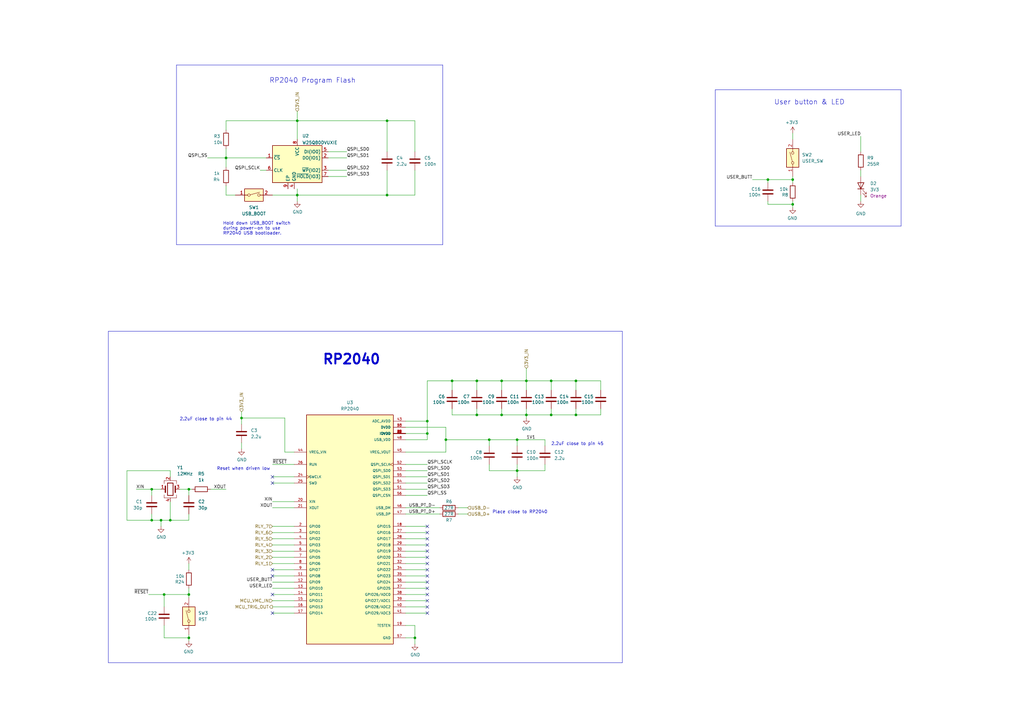
<source format=kicad_sch>
(kicad_sch (version 20250114) (generator "eeschema") (generator_version "9.0")
  (paper "A3")
  (lib_symbols
    (symbol "General:RP2040" (pin_names (offset 1.016))
      (property "Reference" "U" (at -17.78 50.8 0))
      (property "Value" "RP2040" (at -17.78 -48.26 0))
      (symbol "RP2040_0_0"
        (rectangle (start -17.78 -45.72) (end 17.78 48.26) (stroke (width 0.254)) (fill (type background)))
        (pin input line (at -22.86 33.02 0) (length 5.08) (name "VREG_VIN") (number "44"))
        (pin input line (at -22.86 27.94 0) (length 5.08) (name "RUN") (number "26"))
        (pin input clock (at -22.86 22.86 0) (length 5.08) (name "SWCLK") (number "24"))
        (pin bidirectional line (at -22.86 20.32 0) (length 5.08) (name "SWD") (number "25"))
        (pin input line (at -22.86 12.7 0) (length 5.08) (name "XIN") (number "20"))
        (pin output line (at -22.86 10.16 0) (length 5.08) (name "XOUT") (number "21"))
        (pin bidirectional line (at -22.86 2.54 0) (length 5.08) (name "GPIO0") (number "2"))
        (pin bidirectional line (at -22.86 0 0) (length 5.08) (name "GPIO1") (number "3"))
        (pin bidirectional line (at -22.86 -2.54 0) (length 5.08) (name "GPIO2") (number "4"))
        (pin bidirectional line (at -22.86 -5.08 0) (length 5.08) (name "GPIO3") (number "5"))
        (pin bidirectional line (at -22.86 -7.62 0) (length 5.08) (name "GPIO4") (number "6"))
        (pin bidirectional line (at -22.86 -10.16 0) (length 5.08) (name "GPIO5") (number "7"))
        (pin bidirectional line (at -22.86 -12.7 0) (length 5.08) (name "GPIO6") (number "8"))
        (pin bidirectional line (at -22.86 -15.24 0) (length 5.08) (name "GPIO7") (number "9"))
        (pin bidirectional line (at -22.86 -17.78 0) (length 5.08) (name "GPIO8") (number "11"))
        (pin bidirectional line (at -22.86 -20.32 0) (length 5.08) (name "GPIO9") (number "12"))
        (pin bidirectional line (at -22.86 -22.86 0) (length 5.08) (name "GPIO10") (number "13"))
        (pin bidirectional line (at -22.86 -25.4 0) (length 5.08) (name "GPIO11") (number "14"))
        (pin bidirectional line (at -22.86 -27.94 0) (length 5.08) (name "GPIO12") (number "15"))
        (pin bidirectional line (at -22.86 -30.48 0) (length 5.08) (name "GPIO13") (number "16"))
        (pin bidirectional line (at -22.86 -33.02 0) (length 5.08) (name "GPIO14") (number "17"))
        (pin power_in line (at 22.86 45.72 180) (length 5.08) (name "ADC_AVDD") (number "43"))
        (pin power_in line (at 22.86 43.18 180) (length 5.08) (name "DVDD") (number "23"))
        (pin power_in line (at 22.86 43.18 180) (length 5.08) (name "DVDD") (number "50"))
        (pin power_in line (at 22.86 40.64 180) (length 5.08) (name "IOVDD") (number "1"))
        (pin power_in line (at 22.86 40.64 180) (length 5.08) (name "IOVDD") (number "10"))
        (pin power_in line (at 22.86 40.64 180) (length 5.08) (name "IOVDD") (number "22"))
        (pin power_in line (at 22.86 40.64 180) (length 5.08) (name "IOVDD") (number "33"))
        (pin power_in line (at 22.86 40.64 180) (length 5.08) (name "IOVDD") (number "42"))
        (pin power_in line (at 22.86 40.64 180) (length 5.08) (name "IOVDD") (number "49"))
        (pin power_in line (at 22.86 38.1 180) (length 5.08) (name "USB_VDD") (number "48"))
        (pin output line (at 22.86 33.02 180) (length 5.08) (name "VREG_VOUT") (number "45"))
        (pin bidirectional clock (at 22.86 27.94 180) (length 5.08) (name "QSPI_SCLK") (number "52"))
        (pin bidirectional line (at 22.86 25.4 180) (length 5.08) (name "QSPI_SD0") (number "53"))
        (pin bidirectional line (at 22.86 22.86 180) (length 5.08) (name "QSPI_SD1") (number "55"))
        (pin bidirectional line (at 22.86 20.32 180) (length 5.08) (name "QSPI_SD2") (number "54"))
        (pin bidirectional line (at 22.86 17.78 180) (length 5.08) (name "QSPI_SD3") (number "51"))
        (pin bidirectional line (at 22.86 15.24 180) (length 5.08) (name "QSPI_CSN") (number "56"))
        (pin bidirectional line (at 22.86 10.16 180) (length 5.08) (name "USB_DM") (number "46"))
        (pin bidirectional line (at 22.86 7.62 180) (length 5.08) (name "USB_DP") (number "47"))
        (pin bidirectional line (at 22.86 2.54 180) (length 5.08) (name "GPIO15") (number "18"))
        (pin bidirectional line (at 22.86 0 180) (length 5.08) (name "GPIO16") (number "27"))
        (pin bidirectional line (at 22.86 -2.54 180) (length 5.08) (name "GPIO17") (number "28"))
        (pin bidirectional line (at 22.86 -5.08 180) (length 5.08) (name "GPIO18") (number "29"))
        (pin bidirectional line (at 22.86 -7.62 180) (length 5.08) (name "GPIO19") (number "30"))
        (pin bidirectional line (at 22.86 -10.16 180) (length 5.08) (name "GPIO20") (number "31"))
        (pin bidirectional line (at 22.86 -12.7 180) (length 5.08) (name "GPIO21") (number "32"))
        (pin bidirectional line (at 22.86 -15.24 180) (length 5.08) (name "GPIO22") (number "34"))
        (pin bidirectional line (at 22.86 -17.78 180) (length 5.08) (name "GPIO23") (number "35"))
        (pin bidirectional line (at 22.86 -20.32 180) (length 5.08) (name "GPIO24") (number "36"))
        (pin bidirectional line (at 22.86 -22.86 180) (length 5.08) (name "GPIO25") (number "37"))
        (pin bidirectional line (at 22.86 -25.4 180) (length 5.08) (name "GPIO26/ADC0") (number "38"))
        (pin bidirectional line (at 22.86 -27.94 180) (length 5.08) (name "GPIO27/ADC1") (number "39"))
        (pin bidirectional line (at 22.86 -30.48 180) (length 5.08) (name "GPIO28/ADC2") (number "40"))
        (pin bidirectional line (at 22.86 -33.02 180) (length 5.08) (name "GPIO29/ADC3") (number "41"))
        (pin passive line (at 22.86 -38.1 180) (length 5.08) (name "TESTEN") (number "19"))
        (pin power_in line (at 22.86 -43.18 180) (length 5.08) (name "GND") (number "57"))
      )
    )
    (symbol "Device:C" (pin_numbers (hide yes)) (pin_names (offset 0.254))
      (property "Reference" "C" (at 0.635 2.54 0))
      (property "Value" "C" (at 0.635 -2.54 0))
      (symbol "C_0_1"
        (polyline (pts (xy -2.032 0.762) (xy 2.032 0.762)) (stroke (width 0.508)))
        (polyline (pts (xy -2.032 -0.762) (xy 2.032 -0.762)) (stroke (width 0.508)))
      )
      (symbol "C_1_1"
        (pin passive line (at 0 3.81 270) (length 2.794) (name "~") (number "1"))
        (pin passive line (at 0 -3.81 90) (length 2.794) (name "~") (number "2"))
      )
    )
    (symbol "Device:Crystal_GND24" (pin_names (offset 1.016) (hide yes))
      (property "Reference" "Y" (at 3.175 5.08 0))
      (property "Value" "Crystal_GND24" (at 3.175 3.175 0))
      (symbol "Crystal_GND24_0_1"
        (polyline (pts (xy -2.54 2.286) (xy -2.54 3.556) (xy 2.54 3.556) (xy 2.54 2.286)))
        (polyline (pts (xy -2.54 0) (xy -2.032 0)))
        (polyline (pts (xy -2.54 -2.286) (xy -2.54 -3.556) (xy 2.54 -3.556) (xy 2.54 -2.286)))
        (polyline (pts (xy -2.032 -1.27) (xy -2.032 1.27)) (stroke (width 0.508)))
        (rectangle (start -1.143 2.54) (end 1.143 -2.54) (stroke (width 0.3048)))
        (polyline (pts (xy 0 3.556) (xy 0 3.81)))
        (polyline (pts (xy 0 -3.81) (xy 0 -3.556)))
        (polyline (pts (xy 2.032 0) (xy 2.54 0)))
        (polyline (pts (xy 2.032 -1.27) (xy 2.032 1.27)) (stroke (width 0.508)))
      )
      (symbol "Crystal_GND24_1_1"
        (pin passive line (at -3.81 0 0) (length 1.27) (name "1") (number "1"))
        (pin passive line (at 0 5.08 270) (length 1.27) (name "2") (number "2"))
        (pin passive line (at 0 -5.08 90) (length 1.27) (name "4") (number "4"))
        (pin passive line (at 3.81 0 180) (length 1.27) (name "3") (number "3"))
      )
    )
    (symbol "Device:LED" (pin_numbers (hide yes)) (pin_names (offset 1.016) (hide yes))
      (property "Reference" "D" (at 0 2.54 0))
      (property "Value" "LED" (at 0 -2.54 0))
      (symbol "LED_0_1"
        (polyline (pts (xy -3.048 -0.762) (xy -4.572 -2.286) (xy -3.81 -2.286) (xy -4.572 -2.286) (xy -4.572 -1.524)))
        (polyline (pts (xy -1.778 -0.762) (xy -3.302 -2.286) (xy -2.54 -2.286) (xy -3.302 -2.286) (xy -3.302 -1.524)))
        (polyline (pts (xy -1.27 0) (xy 1.27 0)))
        (polyline (pts (xy -1.27 -1.27) (xy -1.27 1.27)) (stroke (width 0.254)))
        (polyline (pts (xy 1.27 -1.27) (xy 1.27 1.27) (xy -1.27 0) (xy 1.27 -1.27)) (stroke (width 0.254)))
      )
      (symbol "LED_1_1"
        (pin passive line (at -3.81 0 0) (length 2.54) (name "K") (number "1"))
        (pin passive line (at 3.81 0 180) (length 2.54) (name "A") (number "2"))
      )
    )
    (symbol "Device:R" (pin_numbers (hide yes)) (pin_names (offset 0))
      (property "Reference" "R" (at 2.032 0 90))
      (property "Value" "R" (at 0 0 90))
      (symbol "R_0_1"
        (rectangle (start -1.016 -2.54) (end 1.016 2.54) (stroke (width 0.254)))
      )
      (symbol "R_1_1"
        (pin passive line (at 0 3.81 270) (length 1.27) (name "~") (number "1"))
        (pin passive line (at 0 -3.81 90) (length 1.27) (name "~") (number "2"))
      )
    )
    (symbol "Misc:W25Q80DVUXIE"
      (property "Reference" "U" (at -8.89 8.89 0))
      (property "Value" "W25Q80DVUXIE" (at 7.62 8.89 0))
      (symbol "W25Q80DVUXIE_0_1"
        (rectangle (start -10.16 7.62) (end 10.16 -7.62) (stroke (width 0.254)) (fill (type background)))
      )
      (symbol "W25Q80DVUXIE_1_1"
        (pin input line (at -12.7 2.54 0) (length 2.54) (name "~{CS}") (number "1"))
        (pin input line (at -12.7 -2.54 0) (length 2.54) (name "CLK") (number "6"))
        (pin passive line (at -3.81 -10.16 90) (length 2.54) (name "EP") (number "9"))
        (pin power_in line (at -1.27 -10.16 90) (length 2.54) (name "GND") (number "4"))
        (pin power_in line (at 0 10.16 270) (length 2.54) (name "VCC") (number "8"))
        (pin bidirectional line (at 12.7 5.08 180) (length 2.54) (name "DI(IO0)") (number "5"))
        (pin bidirectional line (at 12.7 2.54 180) (length 2.54) (name "DO(IO1)") (number "2"))
        (pin bidirectional line (at 12.7 -2.54 180) (length 2.54) (name "~{WP}(IO2)") (number "3"))
        (pin bidirectional line (at 12.7 -5.08 180) (length 2.54) (name "~{HOLD}(IO3)") (number "7"))
      )
    )
    (symbol "Switch:SW_DIP_x01" (pin_names (offset 0) (hide yes))
      (property "Reference" "SW" (at 0 3.81 0))
      (property "Value" "SW_DIP_x01" (at 0 -3.81 0))
      (symbol "SW_DIP_x01_0_0"
        (circle (center -2.032 0) (radius 0.508))
        (polyline (pts (xy -1.524 0.127) (xy 2.3622 1.1684)))
        (circle (center 2.032 0) (radius 0.508))
      )
      (symbol "SW_DIP_x01_0_1"
        (rectangle (start -3.81 2.54) (end 3.81 -2.54) (stroke (width 0.254)) (fill (type background)))
      )
      (symbol "SW_DIP_x01_1_1"
        (pin passive line (at -7.62 0 0) (length 5.08) (name "~") (number "1"))
        (pin passive line (at 7.62 0 180) (length 5.08) (name "~") (number "2"))
      )
    )
    (symbol "power:+3V3" (power) (pin_names (offset 0))
      (property "Value" "+3V3" (at 0 3.556 0))
      (symbol "+3V3_0_1"
        (polyline (pts (xy -0.762 1.27) (xy 0 2.54)))
        (polyline (pts (xy 0 2.54) (xy 0.762 1.27)))
        (polyline (pts (xy 0 0) (xy 0 2.54)))
      )
      (symbol "+3V3_1_1"
        (pin power_in line (at 0 0 90) (length 0) (hide yes) (name "+3V3") (number "1"))
      )
    )
    (symbol "power:GND" (power) (pin_names (offset 0))
      (property "Value" "GND" (at 0 -3.81 0))
      (symbol "GND_0_1"
        (polyline (pts (xy 0 0) (xy 0 -1.27) (xy 1.27 -1.27) (xy 0 -2.54) (xy -1.27 -1.27) (xy 0 -1.27)))
      )
      (symbol "GND_1_1"
        (pin power_in line (at 0 0 270) (length 0) (hide yes) (name "GND") (number "1"))
      )
    )
  )
  (text "RP2040 Program Flash" (at 110.49 34.29 0) (effects (font (size 2 2)) (justify left bottom)))
  (text "Reset when driven low" (at 88.9 193.04 0) (effects (font (size 1.27 1.27)) (justify left bottom)))
  (text "Hold down USB_BOOT switch\nduring power-on to use\nRP2040 USB bootloader." (at 91.44 96.52 0) (effects (font (size 1.27 1.27)) (justify left bottom)))
  (text "User button & LED" (at 317.5 43.18 0) (effects (font (size 2.0066 2.0066)) (justify left bottom)))
  (text "RP2040" (at 132.08 149.86 0) (effects (font (size 3.9878 3.9878) (thickness 0.7976) (bold yes)) (justify left bottom)))
  (text "2.2uF close to pin 45" (at 226.06 182.88 0) (effects (font (size 1.27 1.27)) (justify left bottom)))
  (text "Place close to RP2040" (at 201.93 210.82 0) (effects (font (size 1.27 1.27)) (justify left bottom)))
  (text "2.2uF close to pin 44" (at 73.66 172.72 0) (effects (font (size 1.27 1.27)) (justify left bottom)))
  (junction (at 215.9 156.21))
  (junction (at 66.04 213.36))
  (junction (at 158.75 49.53))
  (junction (at 212.09 180.34))
  (junction (at 226.06 156.21))
  (junction (at 205.74 156.21))
  (junction (at 121.92 49.53))
  (junction (at 92.71 64.77))
  (junction (at 77.47 200.66))
  (junction (at 205.74 170.18))
  (junction (at 314.96 73.66))
  (junction (at 99.06 171.45))
  (junction (at 158.75 80.01))
  (junction (at 236.22 156.21))
  (junction (at 175.26 172.72))
  (junction (at 185.42 156.21))
  (junction (at 77.47 261.62))
  (junction (at 195.58 170.18))
  (junction (at 226.06 170.18))
  (junction (at 182.88 180.34))
  (junction (at 236.22 170.18))
  (junction (at 121.92 80.01))
  (junction (at 67.31 243.84))
  (junction (at 69.85 213.36))
  (junction (at 62.23 200.66))
  (junction (at 175.26 177.8))
  (junction (at 77.47 243.84))
  (junction (at 325.12 83.82))
  (junction (at 200.66 180.34))
  (junction (at 212.09 193.04))
  (junction (at 215.9 170.18))
  (junction (at 195.58 156.21))
  (junction (at 62.23 213.36))
  (junction (at 325.12 73.66))
  (junction (at 170.18 261.62))
  (no_connect (at 175.26 246.38))
  (no_connect (at 175.26 236.22))
  (no_connect (at 175.26 241.3))
  (no_connect (at 175.26 233.68))
  (no_connect (at 175.26 231.14))
  (no_connect (at 175.26 218.44))
  (no_connect (at 175.26 228.6))
  (no_connect (at 111.76 236.22))
  (no_connect (at 175.26 248.92))
  (no_connect (at 175.26 251.46))
  (no_connect (at 111.76 251.46))
  (no_connect (at 175.26 238.76))
  (no_connect (at 175.26 223.52))
  (no_connect (at 111.76 198.12))
  (no_connect (at 175.26 220.98))
  (no_connect (at 175.26 226.06))
  (no_connect (at 175.26 215.9))
  (no_connect (at 111.76 195.58))
  (no_connect (at 111.76 233.68))
  (no_connect (at 111.76 243.84))
  (no_connect (at 175.26 243.84))
  (wire (pts (xy 185.42 156.21) (xy 195.58 156.21)))
  (wire (pts (xy 166.37 220.98) (xy 175.26 220.98)))
  (wire (pts (xy 121.92 80.01) (xy 121.92 82.55)))
  (wire (pts (xy 77.47 261.62) (xy 77.47 262.89)))
  (wire (pts (xy 166.37 231.14) (xy 175.26 231.14)))
  (wire (pts (xy 195.58 167.64) (xy 195.58 170.18)))
  (wire (pts (xy 236.22 170.18) (xy 246.38 170.18)))
  (wire (pts (xy 121.92 49.53) (xy 121.92 57.15)))
  (wire (pts (xy 66.04 213.36) (xy 66.04 215.9)))
  (wire (pts (xy 166.37 177.8) (xy 175.26 177.8)))
  (wire (pts (xy 166.37 215.9) (xy 175.26 215.9)))
  (wire (pts (xy 182.88 180.34) (xy 200.66 180.34)))
  (wire (pts (xy 166.37 228.6) (xy 175.26 228.6)))
  (wire (pts (xy 99.06 168.91) (xy 99.06 171.45)))
  (wire (pts (xy 67.31 256.54) (xy 67.31 261.62)))
  (polyline (pts (xy 181.61 26.67) (xy 72.39 26.67)))
  (wire (pts (xy 325.12 73.66) (xy 314.96 73.66)))
  (wire (pts (xy 170.18 69.85) (xy 170.18 80.01)))
  (wire (pts (xy 246.38 170.18) (xy 246.38 167.64)))
  (wire (pts (xy 166.37 223.52) (xy 175.26 223.52)))
  (polyline (pts (xy 293.37 36.83) (xy 369.57 36.83)))
  (wire (pts (xy 111.76 228.6) (xy 120.65 228.6)))
  (wire (pts (xy 185.42 170.18) (xy 195.58 170.18)))
  (wire (pts (xy 205.74 156.21) (xy 205.74 160.02)))
  (wire (pts (xy 111.76 190.5) (xy 120.65 190.5)))
  (wire (pts (xy 226.06 167.64) (xy 226.06 170.18)))
  (wire (pts (xy 77.47 241.3) (xy 77.47 243.84)))
  (wire (pts (xy 236.22 156.21) (xy 236.22 160.02)))
  (wire (pts (xy 175.26 177.8) (xy 175.26 180.34)))
  (polyline (pts (xy 369.57 92.71) (xy 293.37 92.71)))
  (wire (pts (xy 215.9 167.64) (xy 215.9 170.18)))
  (wire (pts (xy 187.96 210.82) (xy 191.77 210.82)))
  (wire (pts (xy 205.74 156.21) (xy 215.9 156.21)))
  (wire (pts (xy 166.37 233.68) (xy 175.26 233.68)))
  (wire (pts (xy 166.37 251.46) (xy 175.26 251.46)))
  (wire (pts (xy 77.47 210.82) (xy 77.47 213.36)))
  (wire (pts (xy 77.47 243.84) (xy 77.47 245.11)))
  (wire (pts (xy 175.26 172.72) (xy 175.26 177.8)))
  (wire (pts (xy 111.76 248.92) (xy 120.65 248.92)))
  (wire (pts (xy 121.92 49.53) (xy 158.75 49.53)))
  (wire (pts (xy 77.47 260.35) (xy 77.47 261.62)))
  (wire (pts (xy 200.66 190.5) (xy 200.66 193.04)))
  (wire (pts (xy 111.76 218.44) (xy 120.65 218.44)))
  (wire (pts (xy 166.37 198.12) (xy 175.26 198.12)))
  (wire (pts (xy 77.47 243.84) (xy 67.31 243.84)))
  (wire (pts (xy 205.74 170.18) (xy 215.9 170.18)))
  (polyline (pts (xy 181.61 100.33) (xy 181.61 26.67)))
  (wire (pts (xy 212.09 180.34) (xy 223.52 180.34)))
  (wire (pts (xy 69.85 205.74) (xy 69.85 213.36)))
  (wire (pts (xy 77.47 200.66) (xy 78.74 200.66)))
  (wire (pts (xy 166.37 172.72) (xy 175.26 172.72)))
  (wire (pts (xy 166.37 238.76) (xy 175.26 238.76)))
  (wire (pts (xy 353.06 80.01) (xy 353.06 82.55)))
  (polyline (pts (xy 44.45 135.89) (xy 255.27 135.89)))
  (wire (pts (xy 111.76 251.46) (xy 120.65 251.46)))
  (wire (pts (xy 166.37 243.84) (xy 175.26 243.84)))
  (wire (pts (xy 195.58 156.21) (xy 195.58 160.02)))
  (polyline (pts (xy 255.27 135.89) (xy 255.27 271.78)))
  (wire (pts (xy 66.04 213.36) (xy 69.85 213.36)))
  (polyline (pts (xy 44.45 271.78) (xy 44.45 135.89)))
  (wire (pts (xy 111.76 236.22) (xy 120.65 236.22)))
  (wire (pts (xy 325.12 83.82) (xy 325.12 85.09)))
  (wire (pts (xy 314.96 73.66) (xy 314.96 74.93)))
  (wire (pts (xy 158.75 69.85) (xy 158.75 80.01)))
  (wire (pts (xy 134.62 69.85) (xy 142.24 69.85)))
  (wire (pts (xy 62.23 210.82) (xy 62.23 213.36)))
  (wire (pts (xy 166.37 193.04) (xy 175.26 193.04)))
  (wire (pts (xy 314.96 83.82) (xy 325.12 83.82)))
  (wire (pts (xy 200.66 180.34) (xy 212.09 180.34)))
  (wire (pts (xy 111.76 231.14) (xy 120.65 231.14)))
  (wire (pts (xy 175.26 156.21) (xy 175.26 172.72)))
  (wire (pts (xy 111.76 80.01) (xy 121.92 80.01)))
  (wire (pts (xy 200.66 193.04) (xy 212.09 193.04)))
  (wire (pts (xy 111.76 215.9) (xy 120.65 215.9)))
  (wire (pts (xy 67.31 261.62) (xy 77.47 261.62)))
  (wire (pts (xy 55.88 200.66) (xy 62.23 200.66)))
  (wire (pts (xy 205.74 167.64) (xy 205.74 170.18)))
  (wire (pts (xy 166.37 261.62) (xy 170.18 261.62)))
  (wire (pts (xy 185.42 156.21) (xy 185.42 160.02)))
  (wire (pts (xy 92.71 64.77) (xy 92.71 68.58)))
  (wire (pts (xy 158.75 49.53) (xy 170.18 49.53)))
  (wire (pts (xy 52.07 213.36) (xy 62.23 213.36)))
  (wire (pts (xy 166.37 218.44) (xy 175.26 218.44)))
  (wire (pts (xy 86.36 200.66) (xy 92.71 200.66)))
  (wire (pts (xy 215.9 170.18) (xy 215.9 171.45)))
  (wire (pts (xy 325.12 57.15) (xy 325.12 54.61)))
  (wire (pts (xy 111.76 220.98) (xy 120.65 220.98)))
  (wire (pts (xy 182.88 185.42) (xy 182.88 180.34)))
  (wire (pts (xy 223.52 180.34) (xy 223.52 182.88)))
  (wire (pts (xy 353.06 55.88) (xy 353.06 62.23)))
  (wire (pts (xy 166.37 241.3) (xy 175.26 241.3)))
  (wire (pts (xy 166.37 246.38) (xy 175.26 246.38)))
  (wire (pts (xy 212.09 193.04) (xy 212.09 195.58)))
  (wire (pts (xy 166.37 200.66) (xy 175.26 200.66)))
  (wire (pts (xy 215.9 170.18) (xy 226.06 170.18)))
  (wire (pts (xy 92.71 76.2) (xy 92.71 80.01)))
  (wire (pts (xy 121.92 80.01) (xy 121.92 77.47)))
  (wire (pts (xy 69.85 213.36) (xy 77.47 213.36)))
  (wire (pts (xy 185.42 167.64) (xy 185.42 170.18)))
  (wire (pts (xy 92.71 53.34) (xy 92.71 49.53)))
  (wire (pts (xy 166.37 180.34) (xy 175.26 180.34)))
  (wire (pts (xy 111.76 198.12) (xy 120.65 198.12)))
  (wire (pts (xy 223.52 193.04) (xy 223.52 190.5)))
  (wire (pts (xy 175.26 156.21) (xy 185.42 156.21)))
  (wire (pts (xy 166.37 248.92) (xy 175.26 248.92)))
  (wire (pts (xy 121.92 45.72) (xy 121.92 49.53)))
  (wire (pts (xy 215.9 156.21) (xy 215.9 160.02)))
  (polyline (pts (xy 72.39 26.67) (xy 72.39 100.33)))
  (wire (pts (xy 215.9 151.13) (xy 215.9 156.21)))
  (wire (pts (xy 182.88 180.34) (xy 182.88 175.26)))
  (wire (pts (xy 92.71 60.96) (xy 92.71 64.77)))
  (wire (pts (xy 111.76 223.52) (xy 120.65 223.52)))
  (wire (pts (xy 166.37 236.22) (xy 175.26 236.22)))
  (wire (pts (xy 166.37 210.82) (xy 180.34 210.82)))
  (wire (pts (xy 226.06 156.21) (xy 226.06 160.02)))
  (wire (pts (xy 226.06 170.18) (xy 236.22 170.18)))
  (wire (pts (xy 67.31 243.84) (xy 67.31 248.92)))
  (wire (pts (xy 314.96 82.55) (xy 314.96 83.82)))
  (wire (pts (xy 215.9 156.21) (xy 226.06 156.21)))
  (wire (pts (xy 200.66 180.34) (xy 200.66 182.88)))
  (wire (pts (xy 325.12 73.66) (xy 325.12 74.93)))
  (wire (pts (xy 77.47 233.68) (xy 77.47 231.14)))
  (wire (pts (xy 158.75 49.53) (xy 158.75 62.23)))
  (wire (pts (xy 170.18 261.62) (xy 170.18 264.16)))
  (wire (pts (xy 170.18 80.01) (xy 158.75 80.01)))
  (wire (pts (xy 226.06 156.21) (xy 236.22 156.21)))
  (wire (pts (xy 77.47 203.2) (xy 77.47 200.66)))
  (wire (pts (xy 116.84 185.42) (xy 120.65 185.42)))
  (wire (pts (xy 166.37 226.06) (xy 175.26 226.06)))
  (wire (pts (xy 236.22 167.64) (xy 236.22 170.18)))
  (wire (pts (xy 195.58 170.18) (xy 205.74 170.18)))
  (wire (pts (xy 212.09 193.04) (xy 223.52 193.04)))
  (wire (pts (xy 85.09 64.77) (xy 92.71 64.77)))
  (wire (pts (xy 106.68 69.85) (xy 109.22 69.85)))
  (wire (pts (xy 67.31 243.84) (xy 60.96 243.84)))
  (wire (pts (xy 166.37 256.54) (xy 170.18 256.54)))
  (polyline (pts (xy 72.39 100.33) (xy 181.61 100.33)))
  (wire (pts (xy 111.76 208.28) (xy 120.65 208.28)))
  (wire (pts (xy 134.62 64.77) (xy 142.24 64.77)))
  (wire (pts (xy 111.76 205.74) (xy 120.65 205.74)))
  (wire (pts (xy 166.37 185.42) (xy 182.88 185.42)))
  (wire (pts (xy 111.76 195.58) (xy 120.65 195.58)))
  (wire (pts (xy 325.12 72.39) (xy 325.12 73.66)))
  (wire (pts (xy 111.76 238.76) (xy 120.65 238.76)))
  (wire (pts (xy 111.76 226.06) (xy 120.65 226.06)))
  (wire (pts (xy 99.06 171.45) (xy 116.84 171.45)))
  (wire (pts (xy 62.23 200.66) (xy 62.23 203.2)))
  (wire (pts (xy 52.07 193.04) (xy 52.07 213.36)))
  (wire (pts (xy 182.88 175.26) (xy 166.37 175.26)))
  (wire (pts (xy 170.18 261.62) (xy 170.18 256.54)))
  (wire (pts (xy 212.09 180.34) (xy 212.09 182.88)))
  (wire (pts (xy 111.76 243.84) (xy 120.65 243.84)))
  (wire (pts (xy 187.96 208.28) (xy 191.77 208.28)))
  (wire (pts (xy 92.71 64.77) (xy 109.22 64.77)))
  (wire (pts (xy 212.09 190.5) (xy 212.09 193.04)))
  (wire (pts (xy 236.22 156.21) (xy 246.38 156.21)))
  (wire (pts (xy 111.76 241.3) (xy 120.65 241.3)))
  (wire (pts (xy 116.84 171.45) (xy 116.84 185.42)))
  (polyline (pts (xy 293.37 92.71) (xy 293.37 36.83)))
  (wire (pts (xy 166.37 195.58) (xy 175.26 195.58)))
  (polyline (pts (xy 369.57 36.83) (xy 369.57 92.71)))
  (wire (pts (xy 69.85 195.58) (xy 69.85 193.04)))
  (wire (pts (xy 134.62 62.23) (xy 142.24 62.23)))
  (wire (pts (xy 195.58 156.21) (xy 205.74 156.21)))
  (wire (pts (xy 353.06 69.85) (xy 353.06 72.39)))
  (wire (pts (xy 134.62 72.39) (xy 142.24 72.39)))
  (wire (pts (xy 246.38 156.21) (xy 246.38 160.02)))
  (wire (pts (xy 170.18 49.53) (xy 170.18 62.23)))
  (wire (pts (xy 66.04 200.66) (xy 62.23 200.66)))
  (wire (pts (xy 166.37 190.5) (xy 175.26 190.5)))
  (wire (pts (xy 96.52 80.01) (xy 92.71 80.01)))
  (polyline (pts (xy 255.27 271.78) (xy 44.45 271.78)))
  (wire (pts (xy 62.23 213.36) (xy 66.04 213.36)))
  (wire (pts (xy 69.85 193.04) (xy 52.07 193.04)))
  (wire (pts (xy 77.47 200.66) (xy 73.66 200.66)))
  (wire (pts (xy 99.06 181.61) (xy 99.06 184.15)))
  (wire (pts (xy 158.75 80.01) (xy 121.92 80.01)))
  (wire (pts (xy 111.76 233.68) (xy 120.65 233.68)))
  (wire (pts (xy 111.76 246.38) (xy 120.65 246.38)))
  (wire (pts (xy 166.37 208.28) (xy 180.34 208.28)))
  (wire (pts (xy 92.71 49.53) (xy 121.92 49.53)))
  (wire (pts (xy 166.37 203.2) (xy 175.26 203.2)))
  (wire (pts (xy 314.96 73.66) (xy 308.61 73.66)))
  (wire (pts (xy 99.06 171.45) (xy 99.06 173.99)))
  (wire (pts (xy 325.12 82.55) (xy 325.12 83.82)))
  (label "XOUT" (at 92.71 200.66 180))
  (label "~{RESET}" (at 60.96 243.84 180))
  (label "USER_BUTT" (at 308.61 73.66 180))
  (label "XOUT" (at 111.76 208.28 180))
  (label "QSPI_SD3" (at 142.24 72.39 0))
  (label "QSPI_SCLK" (at 175.26 190.5 0))
  (label "QSPI_SD1" (at 175.26 195.58 0))
  (label "USB_PT_D-" (at 167.64 208.28 0))
  (label "QSPI_SCLK" (at 106.68 69.85 180))
  (label "QSPI_SD2" (at 175.26 198.12 0))
  (label "~{RESET}" (at 111.76 190.5 0))
  (label "QSPI_SD0" (at 142.24 62.23 0))
  (label "QSPI_SD3" (at 175.26 200.66 0))
  (label "USER_BUTT" (at 111.76 238.76 180))
  (label "QSPI_SS" (at 175.26 203.2 0))
  (label "USER_LED" (at 111.76 241.3 180))
  (label "USB_PT_D+" (at 167.64 210.82 0))
  (label "QSPI_SD2" (at 142.24 69.85 0))
  (label "XIN" (at 111.76 205.74 180))
  (label "XIN" (at 55.88 200.66 0))
  (label "QSPI_SS" (at 85.09 64.77 180))
  (label "USER_LED" (at 353.06 55.88 180))
  (label "QSPI_SD1" (at 142.24 64.77 0))
  (label "1V1" (at 215.9 180.34 0))
  (label "QSPI_SD0" (at 175.26 193.04 0))
  (hierarchical_label "RLY_7" (shape input) (at 111.76 215.9 180))
  (hierarchical_label "RLY_5" (shape input) (at 111.76 220.98 180))
  (hierarchical_label "RLY_6" (shape input) (at 111.76 218.44 180))
  (hierarchical_label "RLY_1" (shape input) (at 111.76 231.14 180))
  (hierarchical_label "USB_D+" (shape input) (at 191.77 210.82 0))
  (hierarchical_label "MCU_VMC_IN" (shape input) (at 111.76 246.38 180))
  (hierarchical_label "MCU_TRIG_OUT" (shape output) (at 111.76 248.92 180))
  (hierarchical_label "3V3_IN" (shape input) (at 215.9 151.13 90))
  (hierarchical_label "RLY_4" (shape input) (at 111.76 223.52 180))
  (hierarchical_label "3V3_IN" (shape input) (at 99.06 168.91 90))
  (hierarchical_label "3V3_IN" (shape input) (at 121.92 45.72 90))
  (hierarchical_label "RLY_3" (shape input) (at 111.76 226.06 180))
  (hierarchical_label "RLY_2" (shape input) (at 111.76 228.6 180))
  (hierarchical_label "USB_D-" (shape input) (at 191.77 208.28 0))
  (symbol (lib_id "power:GND") (at 212.09 195.58 0) (unit 1)
    (property "Reference" "#PWR07" (effects (hide yes)))
    (property "Value" "GND" (at 212.217 199.9742 0))
  )
  (symbol (lib_id "Device:C") (at 314.96 78.74 0) (mirror y) (unit 1)
    (property "Reference" "C16" (at 312.039 77.5716 0) (effects (justify left)))
    (property "Value" "100n" (at 312.039 79.883 0) (effects (justify left)))
    (property "Footprint" "Capacitor_SMD:C_0603_1608Metric" (effects (hide yes)))
    (property "LCSC Part #" "C1591" (effects (hide yes)))
    (property "LCSC URL" "https://lcsc.com/product-detail/Multilayer-Ceramic-Capacitors-MLCC-SMD-SMT_Samsung-Electro-Mechanics-CL10B104KB8NNNC_C1591.html" (effects (hide yes)))
  )
  (symbol (lib_id "Device:Crystal_GND24") (at 69.85 200.66 0) (unit 1)
    (property "Reference" "Y1" (at 72.6187 191.77 0) (effects (justify left)))
    (property "Value" "12MHz" (at 72.6187 194.31 0) (effects (justify left)))
    (property "Footprint" "Crystal:Crystal_SMD_2520-4Pin_2.5x2.0mm" (effects (hide yes)))
    (property "Datasheet" "https://datasheet.lcsc.com/lcsc/2201131330_WTL-WTL2M45316LZ_C963522.pdf" (effects (hide yes)))
    (property "LCSC Part #" "C963522" (effects (hide yes)))
    (property "LCSC URL" "https://lcsc.com/product-detail/Crystals_WTL-WTL2M45316LZ_C963522.html" (effects (hide yes)))
  )
  (symbol (lib_id "power:GND") (at 99.06 184.15 0) (unit 1)
    (property "Reference" "#PWR04" (effects (hide yes)))
    (property "Value" "GND" (at 99.187 188.5442 0))
  )
  (symbol (lib_id "power:GND") (at 170.18 264.16 0) (unit 1)
    (property "Reference" "#PWR06" (effects (hide yes)))
    (property "Value" "GND" (at 170.307 268.5542 0))
  )
  (symbol (lib_id "Device:C") (at 205.74 163.83 0) (mirror y) (unit 1)
    (property "Reference" "C9" (at 202.819 162.6616 0) (effects (justify left)))
    (property "Value" "100n" (at 202.819 164.973 0) (effects (justify left)))
    (property "Footprint" "Capacitor_SMD:C_0603_1608Metric" (effects (hide yes)))
    (property "LCSC Part #" "C1591" (effects (hide yes)))
    (property "LCSC URL" "https://lcsc.com/product-detail/Multilayer-Ceramic-Capacitors-MLCC-SMD-SMT_Samsung-Electro-Mechanics-CL10B104KB8NNNC_C1591.html" (effects (hide yes)))
  )
  (symbol (lib_id "Device:R") (at 325.12 78.74 180) (unit 1)
    (property "Reference" "R8" (at 323.342 79.9084 0) (effects (justify left)))
    (property "Value" "10k" (at 323.342 77.597 0) (effects (justify left)))
    (property "Footprint" "Resistor_SMD:R_0603_1608Metric" (effects (hide yes)))
    (property "Datasheet" "https://datasheet.lcsc.com/lcsc/1811101934_YAGEO-RC0603FR-0710KL_C98220.pdf" (effects (hide yes)))
    (property "LCSC Part #" "C98220" (effects (hide yes)))
    (property "LCSC URL" "https://lcsc.com/product-detail/Chip-Resistor-Surface-Mount_YAGEO-RC0603FR-0710KL_C98220.html" (effects (hide yes)))
  )
  (symbol (lib_id "Device:R") (at 92.71 72.39 180) (unit 1)
    (property "Reference" "R4" (at 90.17 73.6601 0) (effects (justify left)))
    (property "Value" "1k" (at 90.17 71.1201 0) (effects (justify left)))
    (property "Footprint" "Resistor_SMD:R_0603_1608Metric" (effects (hide yes)))
    (property "Datasheet" "https://datasheet.lcsc.com/lcsc/1810182020_YAGEO-RC0603FR-071KL_C22548.pdf" (effects (hide yes)))
    (property "LCSC Part #" "C22548" (effects (hide yes)))
    (property "LCSC URL" "https://lcsc.com/product-detail/Chip-Resistor-Surface-Mount_YAGEO-RC0603FR-071KL_C22548.html" (effects (hide yes)))
  )
  (symbol (lib_id "power:GND") (at 121.92 82.55 0) (unit 1)
    (property "Reference" "#PWR05" (effects (hide yes)))
    (property "Value" "GND" (at 122.047 86.9442 0))
  )
  (symbol (lib_id "Device:C") (at 236.22 163.83 0) (mirror y) (unit 1)
    (property "Reference" "C14" (at 233.299 162.6616 0) (effects (justify left)))
    (property "Value" "100n" (at 233.299 164.973 0) (effects (justify left)))
    (property "Footprint" "Capacitor_SMD:C_0603_1608Metric" (effects (hide yes)))
    (property "LCSC Part #" "C1591" (effects (hide yes)))
    (property "LCSC URL" "https://lcsc.com/product-detail/Multilayer-Ceramic-Capacitors-MLCC-SMD-SMT_Samsung-Electro-Mechanics-CL10B104KB8NNNC_C1591.html" (effects (hide yes)))
  )
  (symbol (lib_id "General:RP2040") (at 143.51 218.44 0) (unit 1)
    (property "Reference" "U3" (at 143.51 165.1 0))
    (property "Value" "RP2040" (at 143.51 167.64 0))
    (property "Footprint" "General:RP2040-QFN-56" (effects (hide yes)))
    (property "Datasheet" "https://datasheets.raspberrypi.com/rp2040/rp2040-datasheet.pdf" (effects (hide yes)))
    (property "Manufacturer" "Raspberry Pi" (effects (hide yes)))
    (property "Manufacturer Part #" "RP2040" (effects (hide yes)))
    (property "LCSC Part #" "C2040" (effects (hide yes)))
    (property "RS Stock #" "221-1609" (effects (hide yes)))
  )
  (symbol (lib_id "Device:C") (at 185.42 163.83 0) (mirror y) (unit 1)
    (property "Reference" "C6" (at 182.499 162.6616 0) (effects (justify left)))
    (property "Value" "100n" (at 182.499 164.973 0) (effects (justify left)))
    (property "Footprint" "Capacitor_SMD:C_0603_1608Metric" (effects (hide yes)))
    (property "LCSC Part #" "C1591" (effects (hide yes)))
    (property "LCSC URL" "https://lcsc.com/product-detail/Multilayer-Ceramic-Capacitors-MLCC-SMD-SMT_Samsung-Electro-Mechanics-CL10B104KB8NNNC_C1591.html" (effects (hide yes)))
  )
  (symbol (lib_id "Device:C") (at 215.9 163.83 0) (mirror y) (unit 1)
    (property "Reference" "C11" (at 212.979 162.6616 0) (effects (justify left)))
    (property "Value" "100n" (at 212.979 164.973 0) (effects (justify left)))
    (property "Footprint" "Capacitor_SMD:C_0603_1608Metric" (effects (hide yes)))
    (property "LCSC Part #" "C1591" (effects (hide yes)))
    (property "LCSC URL" "https://lcsc.com/product-detail/Multilayer-Ceramic-Capacitors-MLCC-SMD-SMT_Samsung-Electro-Mechanics-CL10B104KB8NNNC_C1591.html" (effects (hide yes)))
  )
  (symbol (lib_id "Device:C") (at 62.23 207.01 180) (unit 1)
    (property "Reference" "C1" (at 58.42 205.7399 0) (effects (justify left)))
    (property "Value" "30p" (at 58.42 208.2799 0) (effects (justify left)))
    (property "Footprint" "Capacitor_SMD:C_0603_1608Metric" (effects (hide yes)))
    (property "LCSC Part #" "C113797" (effects (hide yes)))
    (property "LCSC URL" "https://lcsc.com/product-detail/Multilayer-Ceramic-Capacitors-MLCC-SMD-SMT_YAGEO-CC0603JRNPO9BN300_C113797.html" (effects (hide yes)))
  )
  (symbol (lib_id "Device:C") (at 226.06 163.83 0) (mirror y) (unit 1)
    (property "Reference" "C13" (at 223.139 162.6616 0) (effects (justify left)))
    (property "Value" "100n" (at 223.139 164.973 0) (effects (justify left)))
    (property "Footprint" "Capacitor_SMD:C_0603_1608Metric" (effects (hide yes)))
    (property "LCSC Part #" "C1591" (effects (hide yes)))
    (property "LCSC URL" "https://lcsc.com/product-detail/Multilayer-Ceramic-Capacitors-MLCC-SMD-SMT_Samsung-Electro-Mechanics-CL10B104KB8NNNC_C1591.html" (effects (hide yes)))
  )
  (symbol (lib_id "Misc:W25Q80DVUXIE") (at 121.92 67.31 0) (unit 1)
    (property "Reference" "U2" (at 123.9394 55.7235 0) (effects (justify left)))
    (property "Value" "W25Q80DVUXIE" (at 123.9394 58.4986 0) (effects (justify left)))
    (property "Footprint" "Mavic-Air-Battery-Footprints:USON-8-1EP_3x2mm_P0.5mm_EP0.4x1.8mm" (effects (hide yes)))
    (property "Datasheet" "https://datasheet.lcsc.com/lcsc/2203311630_Winbond-Elec-W25Q80DVUXIE_C401667.pdf" (effects (hide yes)))
    (property "LCSC Part #" "C401667" (effects (hide yes)))
    (property "LCSC URL" "https://lcsc.com/product-detail/NOR-FLASH_Winbond-Elec-W25Q80DVUXIE_C401667.html" (effects (hide yes)))
  )
  (symbol (lib_id "power:+3V3") (at 77.47 231.14 0) (mirror y) (unit 1)
    (property "Reference" "#PWR02" (effects (hide yes)))
    (property "Value" "+3V3" (at 77.089 226.7458 0))
  )
  (symbol (lib_id "Device:C") (at 246.38 163.83 0) (mirror y) (unit 1)
    (property "Reference" "C15" (at 243.459 162.6616 0) (effects (justify left)))
    (property "Value" "100n" (at 243.459 164.973 0) (effects (justify left)))
    (property "Footprint" "Capacitor_SMD:C_0603_1608Metric" (effects (hide yes)))
    (property "LCSC Part #" "C1591" (effects (hide yes)))
    (property "LCSC URL" "https://lcsc.com/product-detail/Multilayer-Ceramic-Capacitors-MLCC-SMD-SMT_Samsung-Electro-Mechanics-CL10B104KB8NNNC_C1591.html" (effects (hide yes)))
  )
  (symbol (lib_id "Device:R") (at 353.06 66.04 0) (unit 1)
    (property "Reference" "R9" (at 355.6 64.7699 0) (effects (justify left)))
    (property "Value" "255R" (at 355.6 67.3099 0) (effects (justify left)))
    (property "Footprint" "Resistor_SMD:R_0603_1608Metric" (effects (hide yes)))
    (property "Datasheet" "https://datasheet.lcsc.com/lcsc/2110252230_UNI-ROYAL-Uniroyal-Elec-0603WAF2550T5E_C23355.pdf" (effects (hide yes)))
    (property "LCSC Part #" "C23355" (effects (hide yes)))
    (property "LCSC URL" "https://lcsc.com/product-detail/Chip-Resistor-Surface-Mount_UNI-ROYAL-Uniroyal-Elec-0603WAF2550T5E_C23355.html" (effects (hide yes)))
  )
  (symbol (lib_id "Device:C") (at 99.06 177.8 0) (unit 1)
    (property "Reference" "C3" (at 102.87 176.5299 0) (effects (justify left)))
    (property "Value" "2.2u" (at 102.87 179.0699 0) (effects (justify left)))
    (property "Footprint" "Capacitor_SMD:C_0805_2012Metric" (effects (hide yes)))
    (property "Datasheet" "https://datasheet.lcsc.com/lcsc/1810191223_Samsung-Electro-Mechanics-CL21B225KAFNNNE_C19110.pdf" (effects (hide yes)))
    (property "LCSC Part #" "C19110" (effects (hide yes)))
    (property "LCSC URL" "https://lcsc.com/product-detail/Multilayer-Ceramic-Capacitors-MLCC-SMD-SMT_Samsung-Electro-Mechanics-CL21B225KAFNNNE_C19110.html" (effects (hide yes)))
  )
  (symbol (lib_id "Device:C") (at 170.18 66.04 0) (unit 1)
    (property "Reference" "C5" (at 173.99 64.7699 0) (effects (justify left)))
    (property "Value" "100n" (at 173.99 67.3099 0) (effects (justify left)))
    (property "Footprint" "Capacitor_SMD:C_0603_1608Metric" (effects (hide yes)))
    (property "LCSC Part #" "C1591" (effects (hide yes)))
    (property "LCSC URL" "https://lcsc.com/product-detail/Multilayer-Ceramic-Capacitors-MLCC-SMD-SMT_Samsung-Electro-Mechanics-CL10B104KB8NNNC_C1591.html" (effects (hide yes)))
  )
  (symbol (lib_id "power:GND") (at 353.06 82.55 0) (unit 1)
    (property "Reference" "#PWR011" (effects (hide yes)))
    (property "Value" "GND" (at 353.06 87.63 0))
  )
  (symbol (lib_id "Device:C") (at 158.75 66.04 0) (unit 1)
    (property "Reference" "C4" (at 162.56 64.7699 0) (effects (justify left)))
    (property "Value" "2.2u" (at 162.56 67.3099 0) (effects (justify left)))
    (property "Footprint" "Capacitor_SMD:C_0805_2012Metric" (effects (hide yes)))
    (property "Datasheet" "https://datasheet.lcsc.com/lcsc/1810191223_Samsung-Electro-Mechanics-CL21B225KAFNNNE_C19110.pdf" (effects (hide yes)))
    (property "LCSC Part #" "C19110" (effects (hide yes)))
    (property "LCSC URL" "https://lcsc.com/product-detail/Multilayer-Ceramic-Capacitors-MLCC-SMD-SMT_Samsung-Electro-Mechanics-CL21B225KAFNNNE_C19110.html" (effects (hide yes)))
  )
  (symbol (lib_id "Device:C") (at 77.47 207.01 0) (unit 1)
    (property "Reference" "C2" (at 81.28 205.7399 0) (effects (justify left)))
    (property "Value" "30p" (at 81.28 208.2799 0) (effects (justify left)))
    (property "Footprint" "Capacitor_SMD:C_0603_1608Metric" (effects (hide yes)))
    (property "LCSC Part #" "C113797" (effects (hide yes)))
    (property "LCSC URL" "https://lcsc.com/product-detail/Multilayer-Ceramic-Capacitors-MLCC-SMD-SMT_YAGEO-CC0603JRNPO9BN300_C113797.html" (effects (hide yes)))
  )
  (symbol (lib_id "Switch:SW_DIP_x01") (at 104.14 80.01 0) (unit 1)
    (property "Reference" "SW1" (at 104.14 85.09 0))
    (property "Value" "USB_BOOT" (at 104.14 87.63 0))
    (property "Footprint" "Button_Switch_SMD:SW_Push_SPST_NO_Alps_SKRK" (effects (hide yes)))
    (property "Datasheet" "https://datasheet.lcsc.com/lcsc/1809201020_ALPSALPINE-SKRKAEE020_C115357.pdf" (effects (hide yes)))
    (property "LCSC Part #" "C115357" (effects (hide yes)))
    (property "LCSC URL" "https://lcsc.com/product-detail/Tactile-Switches_ALPSALPINE-SKRKAEE020_C115357.html" (effects (hide yes)))
  )
  (symbol (lib_id "Device:R") (at 184.15 208.28 90) (unit 1)
    (property "Reference" "R6" (at 184.15 205.74 90))
    (property "Value" "27R" (at 184.15 208.28 90))
    (property "Footprint" "Resistor_SMD:R_0603_1608Metric" (effects (hide yes)))
    (property "Datasheet" "https://datasheet.lcsc.com/lcsc/1811082116_YAGEO-RC0603FR-0727RL_C137753.pdf" (effects (hide yes)))
    (property "LCSC Part #" "C137753" (effects (hide yes)))
    (property "LCSC URL" "https://lcsc.com/product-detail/Chip-Resistor-Surface-Mount_YAGEO-RC0603FR-0727RL_C137753.html" (effects (hide yes)))
  )
  (symbol (lib_id "Switch:SW_DIP_x01") (at 77.47 252.73 90) (unit 1)
    (property "Reference" "SW3" (at 81.28 251.4599 90) (effects (justify right)))
    (property "Value" "RST" (at 81.28 253.9999 90) (effects (justify right)))
    (property "Footprint" "Button_Switch_SMD:SW_Push_SPST_NO_Alps_SKRK" (effects (hide yes)))
    (property "Datasheet" "https://datasheet.lcsc.com/lcsc/1809201020_ALPSALPINE-SKRKAEE020_C115357.pdf" (effects (hide yes)))
    (property "LCSC Part #" "C115357" (effects (hide yes)))
    (property "LCSC URL" "https://lcsc.com/product-detail/Tactile-Switches_ALPSALPINE-SKRKAEE020_C115357.html" (effects (hide yes)))
  )
  (symbol (lib_id "Device:LED") (at 353.06 76.2 90) (unit 1)
    (property "Reference" "D2" (at 356.87 75.2474 90) (effects (justify right)))
    (property "Value" "3V3" (at 356.87 77.7874 90) (effects (justify right)))
    (property "Footprint" "LED_SMD:LED_0603_1608Metric" (effects (hide yes)))
    (property "Datasheet" "https://datasheet.lcsc.com/lcsc/1912111437_MEIHUA-MHT192CSCT_C401116.pdf" (effects (hide yes)))
    (property "LCSC Part #" "C401116" (effects (hide yes)))
    (property "LCSC URL" "https://lcsc.com/product-detail/Light-Emitting-Diodes-LED_MEIHUA-MHT192CSCT_C401116.html" (effects (hide yes)))
    (property "Colour" "Orange" (at 356.87 80.3274 90) (effects (justify right)))
  )
  (symbol (lib_id "power:GND") (at 325.12 85.09 0) (mirror y) (unit 1)
    (property "Reference" "#PWR010" (effects (hide yes)))
    (property "Value" "GND" (at 324.993 89.4842 0))
  )
  (symbol (lib_id "Device:C") (at 212.09 186.69 0) (mirror y) (unit 1)
    (property "Reference" "C10" (at 215.9 185.4199 0) (effects (justify right)))
    (property "Value" "100n" (at 215.9 187.9599 0) (effects (justify right)))
    (property "Footprint" "Capacitor_SMD:C_0603_1608Metric" (effects (hide yes)))
    (property "LCSC Part #" "C1591" (effects (hide yes)))
    (property "LCSC URL" "https://lcsc.com/product-detail/Multilayer-Ceramic-Capacitors-MLCC-SMD-SMT_Samsung-Electro-Mechanics-CL10B104KB8NNNC_C1591.html" (effects (hide yes)))
  )
  (symbol (lib_id "Device:C") (at 67.31 252.73 0) (mirror y) (unit 1)
    (property "Reference" "C22" (at 64.389 251.5616 0) (effects (justify left)))
    (property "Value" "100n" (at 64.389 253.873 0) (effects (justify left)))
    (property "Footprint" "Capacitor_SMD:C_0603_1608Metric" (effects (hide yes)))
    (property "LCSC Part #" "C1591" (effects (hide yes)))
    (property "LCSC URL" "https://lcsc.com/product-detail/Multilayer-Ceramic-Capacitors-MLCC-SMD-SMT_Samsung-Electro-Mechanics-CL10B104KB8NNNC_C1591.html" (effects (hide yes)))
  )
  (symbol (lib_id "Device:R") (at 184.15 210.82 90) (unit 1)
    (property "Reference" "R7" (at 184.15 213.36 90))
    (property "Value" "27R" (at 184.15 210.82 90))
    (property "Footprint" "Resistor_SMD:R_0603_1608Metric" (effects (hide yes)))
    (property "Datasheet" "https://datasheet.lcsc.com/lcsc/1811082116_YAGEO-RC0603FR-0727RL_C137753.pdf" (effects (hide yes)))
    (property "LCSC Part #" "C137753" (effects (hide yes)))
    (property "LCSC URL" "https://lcsc.com/product-detail/Chip-Resistor-Surface-Mount_YAGEO-RC0603FR-0727RL_C137753.html" (effects (hide yes)))
  )
  (symbol (lib_id "Device:R") (at 82.55 200.66 270) (unit 1)
    (property "Reference" "R5" (at 82.55 194.31 90))
    (property "Value" "1k" (at 82.55 196.85 90))
    (property "Footprint" "Resistor_SMD:R_0603_1608Metric" (effects (hide yes)))
    (property "Datasheet" "https://datasheet.lcsc.com/lcsc/1810182020_YAGEO-RC0603FR-071KL_C22548.pdf" (effects (hide yes)))
    (property "LCSC Part #" "C22548" (effects (hide yes)))
    (property "LCSC URL" "https://lcsc.com/product-detail/Chip-Resistor-Surface-Mount_YAGEO-RC0603FR-071KL_C22548.html" (effects (hide yes)))
  )
  (symbol (lib_id "Device:C") (at 195.58 163.83 0) (mirror y) (unit 1)
    (property "Reference" "C7" (at 192.659 162.6616 0) (effects (justify left)))
    (property "Value" "100n" (at 192.659 164.973 0) (effects (justify left)))
    (property "Footprint" "Capacitor_SMD:C_0603_1608Metric" (effects (hide yes)))
    (property "LCSC Part #" "C1591" (effects (hide yes)))
    (property "LCSC URL" "https://lcsc.com/product-detail/Multilayer-Ceramic-Capacitors-MLCC-SMD-SMT_Samsung-Electro-Mechanics-CL10B104KB8NNNC_C1591.html" (effects (hide yes)))
  )
  (symbol (lib_id "Switch:SW_DIP_x01") (at 325.12 64.77 90) (unit 1)
    (property "Reference" "SW2" (at 328.93 63.4999 90) (effects (justify right)))
    (property "Value" "USER_SW" (at 328.93 66.0399 90) (effects (justify right)))
    (property "Footprint" "Button_Switch_SMD:SW_Push_SPST_NO_Alps_SKRK" (effects (hide yes)))
    (property "Datasheet" "https://datasheet.lcsc.com/lcsc/1809201020_ALPSALPINE-SKRKAEE020_C115357.pdf" (effects (hide yes)))
    (property "LCSC Part #" "C115357" (effects (hide yes)))
    (property "LCSC URL" "https://lcsc.com/product-detail/Tactile-Switches_ALPSALPINE-SKRKAEE020_C115357.html" (effects (hide yes)))
  )
  (symbol (lib_id "power:GND") (at 77.47 262.89 0) (mirror y) (unit 1)
    (property "Reference" "#PWR03" (effects (hide yes)))
    (property "Value" "GND" (at 77.343 267.2842 0))
  )
  (symbol (lib_id "power:GND") (at 66.04 215.9 0) (unit 1)
    (property "Reference" "#PWR01" (effects (hide yes)))
    (property "Value" "GND" (at 66.167 220.2942 0))
  )
  (symbol (lib_id "power:+3V3") (at 325.12 54.61 0) (mirror y) (unit 1)
    (property "Reference" "#PWR09" (effects (hide yes)))
    (property "Value" "+3V3" (at 324.739 50.2158 0))
  )
  (symbol (lib_id "power:GND") (at 215.9 171.45 0) (unit 1)
    (property "Reference" "#PWR08" (effects (hide yes)))
    (property "Value" "GND" (at 216.027 175.8442 0))
  )
  (symbol (lib_id "Device:R") (at 77.47 237.49 180) (unit 1)
    (property "Reference" "R24" (at 75.692 238.6584 0) (effects (justify left)))
    (property "Value" "10k" (at 75.692 236.347 0) (effects (justify left)))
    (property "Footprint" "Resistor_SMD:R_0603_1608Metric" (effects (hide yes)))
    (property "Datasheet" "https://datasheet.lcsc.com/lcsc/1811101934_YAGEO-RC0603FR-0710KL_C98220.pdf" (effects (hide yes)))
    (property "LCSC Part #" "C98220" (effects (hide yes)))
    (property "LCSC URL" "https://lcsc.com/product-detail/Chip-Resistor-Surface-Mount_YAGEO-RC0603FR-0710KL_C98220.html" (effects (hide yes)))
  )
  (symbol (lib_id "Device:C") (at 223.52 186.69 0) (unit 1)
    (property "Reference" "C12" (at 227.33 185.4199 0) (effects (justify left)))
    (property "Value" "2.2u" (at 227.33 187.9599 0) (effects (justify left)))
    (property "Footprint" "Capacitor_SMD:C_0805_2012Metric" (effects (hide yes)))
    (property "Datasheet" "https://datasheet.lcsc.com/lcsc/1810191223_Samsung-Electro-Mechanics-CL21B225KAFNNNE_C19110.pdf" (effects (hide yes)))
    (property "LCSC Part #" "C19110" (effects (hide yes)))
    (property "LCSC URL" "https://lcsc.com/product-detail/Multilayer-Ceramic-Capacitors-MLCC-SMD-SMT_Samsung-Electro-Mechanics-CL21B225KAFNNNE_C19110.html" (effects (hide yes)))
  )
  (symbol (lib_id "Device:R") (at 92.71 57.15 180) (unit 1)
    (property "Reference" "R3" (at 87.63 55.88 0) (effects (justify right)))
    (property "Value" "10k" (at 87.63 58.42 0) (effects (justify right)))
    (property "Footprint" "Resistor_SMD:R_0603_1608Metric" (effects (hide yes)))
    (property "Datasheet" "https://datasheet.lcsc.com/lcsc/1811101934_YAGEO-RC0603FR-0710KL_C98220.pdf" (effects (hide yes)))
    (property "LCSC Part #" "C98220" (effects (hide yes)))
    (property "LCSC URL" "https://lcsc.com/product-detail/Chip-Resistor-Surface-Mount_YAGEO-RC0603FR-0710KL_C98220.html" (effects (hide yes)))
  )
  (symbol (lib_id "Device:C") (at 200.66 186.69 0) (mirror y) (unit 1)
    (property "Reference" "C8" (at 197.739 185.5216 0) (effects (justify left)))
    (property "Value" "100n" (at 197.739 187.833 0) (effects (justify left)))
    (property "Footprint" "Capacitor_SMD:C_0603_1608Metric" (effects (hide yes)))
    (property "LCSC Part #" "C1591" (effects (hide yes)))
    (property "LCSC URL" "https://lcsc.com/product-detail/Multilayer-Ceramic-Capacitors-MLCC-SMD-SMT_Samsung-Electro-Mechanics-CL10B104KB8NNNC_C1591.html" (effects (hide yes)))
  )
)
</source>
